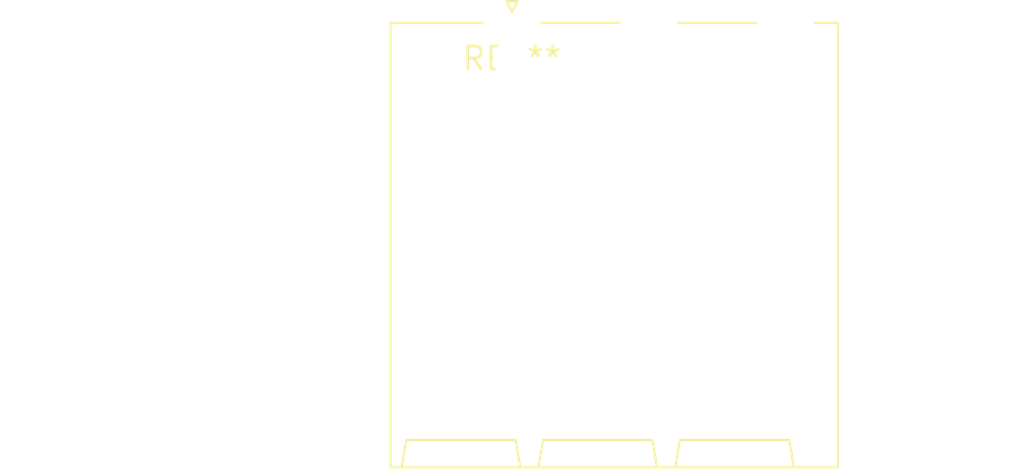
<source format=kicad_pcb>
(kicad_pcb (version 20240108) (generator pcbnew)
  (layers (0 "F.Cu" signal) (31 "B.Cu" signal) (34 "B.Paste" user) (35 "F.Paste" user) (36 "B.SilkS" user "B.Silkscreen") (37 "F.SilkS" user "F.Silkscreen") (38 "B.Mask" user) (39 "F.Mask" user) (44 "Edge.Cuts" user))
  (net 0 "")
  (footprint "PhoenixContact_SPT_5_3-H-7.5_1x03_P7.5mm_Horizontal" (layer "F.Cu") (at 0 0)
    (property "Reference" "REF**")
    (property "Value" "PhoenixContact_SPT_5_3-H-7.5_1x03_P7.5mm_Horizontal")
    (fp_line (start -6.66 -1.96) (end -1.6 -1.96) (layer "F.SilkS") (stroke (width 0.12)))
    (fp_line (start -6.66 22.41) (end -6.66 -1.96) (layer "F.SilkS") (stroke (width 0.12)))
    (fp_line (start -6.05 22.41) (end -5.8 20.91) (layer "F.SilkS") (stroke (width 0.12)))
    (fp_line (start -5.8 20.91) (end 0.2 20.91) (layer "F.SilkS") (stroke (width 0.12)))
    (fp_line (start -0.3 -3.15) (end 0 -2.55) (layer "F.SilkS") (stroke (width 0.12)))
    (fp_line (start -0.3 -3.15) (end 0.3 -3.15) (layer "F.SilkS") (stroke (width 0.12)))
    (fp_line (start 0.3 -3.15) (end 0 -2.55) (layer "F.SilkS") (stroke (width 0.12)))
    (fp_line (start 0.45 22.41) (end 0.2 20.91) (layer "F.SilkS") (stroke (width 0.12)))
    (fp_line (start 1.45 22.41) (end 1.7 20.91) (layer "F.SilkS") (stroke (width 0.12)))
    (fp_line (start 1.6 -1.96) (end 5.9 -1.96) (layer "F.SilkS") (stroke (width 0.12)))
    (fp_line (start 1.7 20.91) (end 7.7 20.91) (layer "F.SilkS") (stroke (width 0.12)))
    (fp_line (start 7.95 22.41) (end 7.7 20.91) (layer "F.SilkS") (stroke (width 0.12)))
    (fp_line (start 8.95 22.41) (end 9.2 20.91) (layer "F.SilkS") (stroke (width 0.12)))
    (fp_line (start 9.1 -1.96) (end 13.4 -1.96) (layer "F.SilkS") (stroke (width 0.12)))
    (fp_line (start 9.2 20.91) (end 15.2 20.91) (layer "F.SilkS") (stroke (width 0.12)))
    (fp_line (start 15.45 22.41) (end 15.2 20.91) (layer "F.SilkS") (stroke (width 0.12)))
    (fp_line (start 16.6 -1.96) (end 17.86 -1.96) (layer "F.SilkS") (stroke (width 0.12)))
    (fp_line (start 17.86 -1.96) (end 17.86 22.41) (layer "F.SilkS") (stroke (width 0.12)))
    (fp_line (start 17.86 22.41) (end -6.66 22.41) (layer "F.SilkS") (stroke (width 0.12)))
    (pad "1" thru_hole roundrect (at 0 0) (size 2.8 4.3) (drill 2.1) (layers *.Cu *.Mask) (remove_unused_layers) (roundrect_rratio 0.089286))
    (pad "1" thru_hole roundrect (at 0 13.2) (size 2.8 4.3) (drill 2.1) (layers *.Cu *.Mask) (remove_unused_layers) (roundrect_rratio 0.089286))
    (pad "2" thru_hole oval (at 7.5 0) (size 2.8 4.3) (drill 2.1) (layers *.Cu *.Mask) (remove_unused_layers))
    (pad "2" thru_hole oval (at 7.5 13.2) (size 2.8 4.3) (drill 2.1) (layers *.Cu *.Mask) (remove_unused_layers))
    (pad "3" thru_hole oval (at 15 0) (size 2.8 4.3) (drill 2.1) (layers *.Cu *.Mask) (remove_unused_layers))
    (pad "3" thru_hole oval (at 15 13.2) (size 2.8 4.3) (drill 2.1) (layers *.Cu *.Mask) (remove_unused_layers))
  )
)
</source>
